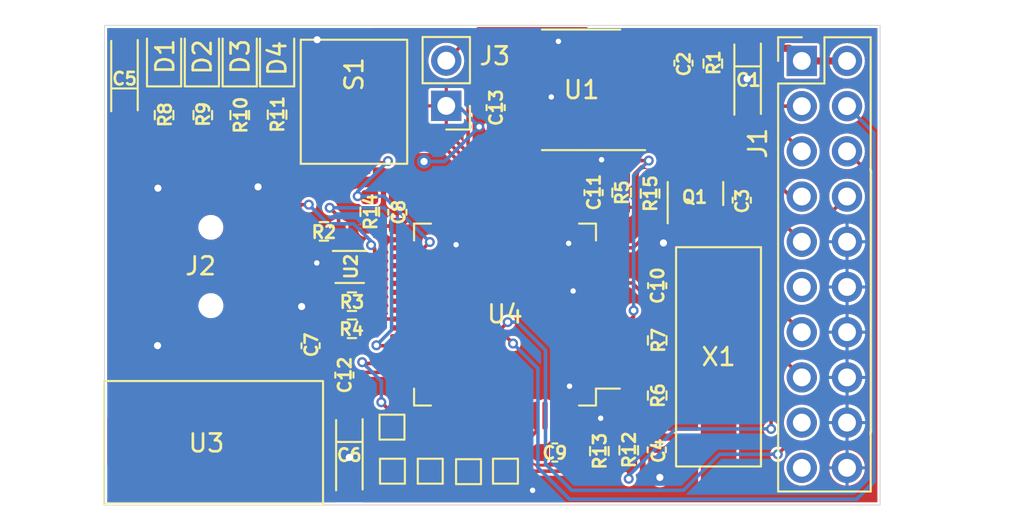
<source format=kicad_pcb>
(kicad_pcb (version 20211014) (generator pcbnew)
  (layers (0 "F.Cu" signal) (31 "B.Cu" signal) (34 "B.Paste" user) (35 "F.Paste" user) (36 "B.SilkS" user "B.Silkscreen") (37 "F.SilkS" user "F.Silkscreen") (38 "B.Mask" user) (39 "F.Mask" user) (44 "Edge.Cuts" user))
  (net 0 "")
  (net 1 "GND")
  (net 2 "+3V3")
  (net 3 "+5V")
  (net 4 "Net-(C1-Pad1)")
  (net 5 "Net-(C3-Pad1)")
  (net 6 "Net-(C4-Pad1)")
  (net 7 "Net-(J1-Pad3)")
  (net 8 "/U1RX")
  (net 9 "Net-(J1-Pad5)")
  (net 10 "/U1TX")
  (net 11 "Net-(J1-Pad7)")
  (net 12 "/BOOT0")
  (net 13 "Net-(J1-Pad9)")
  (net 15 "Net-(J1-Pad13)")
  (net 16 "Net-(J1-Pad15)")
  (net 19 "Net-(J2-Pad2)")
  (net 20 "Net-(J2-Pad3)")
  (net 22 "Net-(Q1-Pad1)")
  (net 23 "/USB_DM")
  (net 24 "/USB_DP")
  (net 25 "/USB_PU")
  (net 26 "Net-(R2-Pad1)")
  (net 27 "Net-(R3-Pad1)")
  (net 28 "/LED2")
  (net 29 "/LED1")
  (net 30 "/LED0")
  (net 31 "Net-(R5-Pad1)")
  (net 32 "Net-(R7-Pad1)")
  (net 33 "Net-(R12-Pad2)")
  (net 34 "Net-(R14-Pad2)")
  (net 35 "/xnSRST_OUT")
  (net 36 "Net-(TP3-Pad1)")
  (net 37 "Net-(TP4-Pad1)")
  (net 39 "/xnTRST")
  (net 40 "/xTDI")
  (net 41 "/xTMS")
  (net 42 "/xTCK")
  (net 43 "/xTDO")
  (net 44 "/xnSRST")
  (net 45 "/xTPWR")
  (net 49 "Net-(D1-Pad1)")
  (net 50 "Net-(D2-Pad1)")
  (net 51 "Net-(D3-Pad1)")
  (net 52 "Net-(D4-Pad1)")
  (net 77 "Net-(U4-Pad46)")
  (net 78 "Net-(U4-Pad49)")
  (footprint "EOS:JPM1040-2013FC" (layer "F.Cu") (at 34.025 24.3 90)
    (fp_text reference "S1")
    (fp_text value "SW_Push")
  )
  (footprint "Capacitor_SMD:C_0603_1608Metric" (layer "F.Cu") (at 41.975 24.625 90)
    (fp_text reference "C13")
    (fp_text value "100n")
  )
  (footprint "Connector_PinHeader_2.54mm:PinHeader_2x10_P2.54mm_Vertical" (layer "F.Cu") (at 59.175 22)
    (fp_text reference "J1")
    (fp_text value "20-pin JTAG Edge Connector")
  )
  (footprint "Resistor_SMD:R_0603_1608Metric" (layer "F.Cu") (at 34.9 30.475 90)
    (fp_text reference "R14")
    (fp_text value "1k")
  )
  (footprint "Resistor_SMD:R_0603_1608Metric" (layer "F.Cu") (at 27.595 25.045 90)
    (fp_text reference "R10")
    (fp_text value "390")
  )
  (footprint "Capacitor_SMD:C_0603_1608Metric" (layer "F.Cu") (at 55.8 29.825 90)
    (fp_text reference "C3")
    (fp_text value "18p")
  )
  (footprint "Capacitor_SMD:C_0603_1608Metric" (layer "F.Cu") (at 33.475 39.65 90)
    (fp_text reference "C12")
    (fp_text value "100n")
  )
  (footprint "Capacitor_SMD:C_0603_1608Metric" (layer "F.Cu") (at 52.525 22.125 -90)
    (fp_text reference "C2")
    (fp_text value "100n")
  )
  (footprint "Package_QFP:LQFP-64_10x10mm_P0.5mm" (layer "F.Cu") (at 42.5 36.25 180)
    (fp_text reference "U4")
    (fp_text value "STM32F103RB")
  )
  (footprint "Resistor_SMD:R_0603_1608Metric" (layer "F.Cu") (at 33.9 37.05)
    (fp_text reference "R4")
    (fp_text value "1k5")
  )
  (footprint "Resistor_SMD:R_0603_1608Metric" (layer "F.Cu") (at 29.695 25.02 90)
    (fp_text reference "R11")
    (fp_text value "390")
  )
  (footprint "TestPoint:TestPoint_Pad_1.0x1.0mm" (layer "F.Cu") (at 36.15 42.575)
    (fp_text reference "TP1" hide)
    (fp_text value "TestPoint_Alt")
  )
  (footprint "EOS:NCP1117DT12G" (layer "F.Cu") (at 25.775 43.375 180)
    (fp_text reference "U3")
    (fp_text value "NCP1117")
  )
  (footprint "Capacitor_SMD:C_0603_1608Metric" (layer "F.Cu") (at 31.575 38 90)
    (fp_text reference "C7")
    (fp_text value "100n")
  )
  (footprint "LED_SMD:LED_0805_2012Metric" (layer "F.Cu") (at 27.595 21.745 90)
    (fp_text reference "D3")
    (fp_text value "yellow")
  )
  (footprint "Capacitor_SMD:C_0603_1608Metric" (layer "F.Cu") (at 45.3 44 180)
    (fp_text reference "C9")
    (fp_text value "100n")
  )
  (footprint "LED_SMD:LED_0805_2012Metric" (layer "F.Cu") (at 25.47 21.745 90)
    (fp_text reference "D2")
    (fp_text value "red")
  )
  (footprint "Resistor_SMD:R_0603_1608Metric" (layer "F.Cu") (at 47.8 43.925 90)
    (fp_text reference "R13")
    (fp_text value "10k")
  )
  (footprint "Package_TO_SOT_SMD:SOT-23" (layer "F.Cu") (at 53.2 29.45 90)
    (fp_text reference "Q1")
    (fp_text value "BC846")
  )
  (footprint "Connector_PinHeader_2.54mm:PinHeader_1x02_P2.54mm_Vertical" (layer "F.Cu") (at 39.2 24.525 180)
    (fp_text reference "J3")
    (fp_text value "Conn_01x02_Male")
  )
  (footprint "Resistor_SMD:R_0603_1608Metric" (layer "F.Cu") (at 54.175 22.15 -90)
    (fp_text reference "R1")
    (fp_text value "1k")
  )
  (footprint "EOS:USBLC6-2P6" (layer "F.Cu") (at 33.775 33.575)
    (fp_text reference "U2")
    (fp_text value "USBLC6-2")
  )
  (footprint "Resistor_SMD:R_0603_1608Metric" (layer "F.Cu") (at 49.45 43.875 90)
    (fp_text reference "R12")
    (fp_text value "1k")
  )
  (footprint "Capacitor_SMD:C_0603_1608Metric" (layer "F.Cu") (at 47.475 29.4 90)
    (fp_text reference "C11")
    (fp_text value "100n")
  )
  (footprint "Resistor_SMD:R_0603_1608Metric" (layer "F.Cu") (at 49.05 29.4 -90)
    (fp_text reference "R5")
    (fp_text value "1k")
  )
  (footprint "EOS:CASE-A_3216" (layer "F.Cu") (at 21.125 22.875 90)
    (fp_text reference "C5")
    (fp_text value "10u")
  )
  (footprint "EOS:CASE-A_3216" (layer "F.Cu") (at 56.125 22.975 -90)
    (fp_text reference "C1")
    (fp_text value "10u")
  )
  (footprint "Capacitor_SMD:C_0603_1608Metric" (layer "F.Cu") (at 51.025 43.85 -90)
    (fp_text reference "C4")
    (fp_text value "18p")
  )
  (footprint "TestPoint:TestPoint_Pad_1.0x1.0mm" (layer "F.Cu") (at 40.45 45.075)
    (fp_text reference "TP4" hide)
    (fp_text value "TestPoint_Alt")
  )
  (footprint "EOS:CASE-A_3216" (layer "F.Cu") (at 33.75 44.075 -90)
    (fp_text reference "C6")
    (fp_text value "10u")
  )
  (footprint "Resistor_SMD:R_0603_1608Metric" (layer "F.Cu") (at 23.345 25.045 90)
    (fp_text reference "R8")
    (fp_text value "390")
  )
  (footprint "TestPoint:TestPoint_Pad_1.0x1.0mm" (layer "F.Cu") (at 42.525 45.05)
    (fp_text reference "TP5" hide)
    (fp_text value "TestPoint_Alt")
  )
  (footprint "Resistor_SMD:R_0603_1608Metric" (layer "F.Cu") (at 32.325 31.575)
    (fp_text reference "R2")
    (fp_text value "22")
  )
  (footprint "LED_SMD:LED_0805_2012Metric" (layer "F.Cu") (at 29.695 21.745 90)
    (fp_text reference "D4")
    (fp_text value "yellow")
  )
  (footprint "EOS:U-M-M5SS-W-2" (layer "F.Cu") (at 29.075 33.55 -90)
    (fp_text reference "J2")
    (fp_text value "USB_Mini_B")
  )
  (footprint "Resistor_SMD:R_0603_1608Metric" (layer "F.Cu") (at 25.52 25.045 90)
    (fp_text reference "R9")
    (fp_text value "390")
  )
  (footprint "TestPoint:TestPoint_Pad_1.0x1.0mm" (layer "F.Cu") (at 36.175 45.05)
    (fp_text reference "TP2" hide)
    (fp_text value "TestPoint_Alt")
  )
  (footprint "Resistor_SMD:R_0603_1608Metric" (layer "F.Cu") (at 51.05 40.8 -90)
    (fp_text reference "R6")
    (fp_text value "10M")
  )
  (footprint "EOS:C08000J060" (layer "F.Cu") (at 54.5 38.635 -90)
    (fp_text reference "X1")
    (fp_text value "8 MHz")
  )
  (footprint "Capacitor_SMD:C_0603_1608Metric" (layer "F.Cu") (at 51.05 34.625 -90)
    (fp_text reference "C10")
    (fp_text value "100n")
  )
  (footprint "Package_SO:TSSOP-20_4.4x6.5mm_P0.65mm" (layer "F.Cu") (at 46.775 23.625 180)
    (fp_text reference "U1")
    (fp_text value "TXS0108EPW")
  )
  (footprint "Capacitor_SMD:C_0603_1608Metric" (layer "F.Cu") (at 36.45 30.5 90)
    (fp_text reference "C8")
    (fp_text value "100n")
  )
  (footprint "Resistor_SMD:R_0603_1608Metric" (layer "F.Cu") (at 50.65 29.45 90)
    (fp_text reference "R15")
    (fp_text value "100")
  )
  (footprint "Resistor_SMD:R_0603_1608Metric" (layer "F.Cu") (at 51.05 37.7 -90)
    (fp_text reference "R7")
    (fp_text value "330")
  )
  (footprint "LED_SMD:LED_0805_2012Metric" (layer "F.Cu") (at 23.345 21.745 90)
    (fp_text reference "D1")
    (fp_text value "green")
  )
  (footprint "Resistor_SMD:R_0603_1608Metric" (layer "F.Cu") (at 33.9 35.525)
    (fp_text reference "R3")
    (fp_text value "22")
  )
  (footprint "TestPoint:TestPoint_Pad_1.0x1.0mm" (layer "F.Cu") (at 38.3 45.05)
    (fp_text reference "TP3" hide)
    (fp_text value "TestPoint_Alt")
  )
  (gr_rect (start 20 20) (end 63.575 46.95) (layer "Edge.Cuts") (width 0.05) (fill none))
  (segment (start 45.1 24.025) (end 45 23.925) (width 0.2) (layer "F.Cu") (net 1))
  (segment (start 28.567 37.995) (end 28.567 35.658) (width 0.4) (layer "F.Cu") (net 1))
  (segment (start 54.175 22.975) (end 56.075 22.975) (width 0.4) (layer "F.Cu") (net 1))
  (segment (start 39.25 29.55) (end 39.25 30.575) (width 0.2) (layer "F.Cu") (net 1))
  (segment (start 39.25 30.575) (end 39.25 31.825) (width 0.2) (layer "F.Cu") (net 1))
  (segment (start 56.125 23.025) (end 56.125 24.6615) (width 0.4) (layer "F.Cu") (net 1))
  (segment (start 48.2 34.475) (end 48.175 34.5) (width 0.2) (layer "F.Cu") (net 1))
  (segment (start 45.75 31.925) (end 46.075 32.25) (width 0.2) (layer "F.Cu") (net 1))
  (segment (start 22.979 39.806) (end 21.695 41.09) (width 0.4) (layer "F.Cu") (net 1))
  (segment (start 29.695 20.8075) (end 31.9425 20.8075) (width 0.4) (layer "F.Cu") (net 1))
  (segment (start 42.525 45.05) (end 43.6 46.125) (width 0.2) (layer "F.Cu") (net 1))
  (segment (start 53.7625 30.3875) (end 51.925 32.225) (width 0.4) (layer "F.Cu") (net 1))
  (segment (start 51.025 45.225) (end 51.025 44.625) (width 0.4) (layer "F.Cu") (net 1))
  (segment (start 45.75 30.575) (end 45.75 31.925) (width 0.2) (layer "F.Cu") (net 1))
  (segment (start 51.925 32.225) (end 51.4 32.225) (width 0.4) (layer "F.Cu") (net 1))
  (segment (start 45.75 41.925) (end 45.75 42.775) (width 0.2) (layer "F.Cu") (net 1))
  (segment (start 54.4625 30.3875) (end 55.8 29.05) (width 0.4) (layer "F.Cu") (net 1))
  (segment (start 27.595 20.8075) (end 25.47 20.8075) (width 0.4) (layer "F.Cu") (net 1))
  (segment (start 43.6 46.125) (end 44.05 46.125) (width 0.2) (layer "F.Cu") (net 1))
  (segment (start 52.525 22.9) (end 54.1 22.9) (width 0.4) (layer "F.Cu") (net 1))
  (segment (start 54.1 22.9) (end 54.175 22.975) (width 0.4) (layer "F.Cu") (net 1))
  (segment (start 47.875 42.075) (end 47.775 42.175) (width 0.2) (layer "F.Cu") (net 1))
  (segment (start 36.45 29.725) (end 36.825 29.725) (width 0.2) (layer "F.Cu") (net 1))
  (segment (start 36.825 29.725) (end 37.6 28.95) (width 0.2) (layer "F.Cu") (net 1))
  (segment (start 33.9575 20.8075) (end 34.025 20.875) (width 0.4) (layer "F.Cu") (net 1))
  (segment (start 39.25 31.825) (end 39.75 32.325) (width 0.2) (layer "F.Cu") (net 1))
  (segment (start 30.45 35.15) (end 31.575 36.275) (width 0.4) (layer "F.Cu") (net 1))
  (segment (start 33.225 38.875) (end 33.475 38.875) (width 0.4) (layer "F.Cu") (net 1))
  (segment (start 47.8 43.1) (end 47.8 42.15) (width 0.2) (layer "F.Cu") (net 1))
  (segment (start 47.925 28.175) (end 47.925 27.55) (width 0.2) (layer "F.Cu") (net 1))
  (segment (start 45.75 40.65) (end 46.125 40.275) (width 0.2) (layer "F.Cu") (net 1))
  (segment (start 43.0375 23.925) (end 42.9625 23.85) (width 0.2) (layer "F.Cu") (net 1))
  (segment (start 33.475 38.875) (end 34.1 39.5) (width 0.2) (layer "F.Cu") (net 1))
  (segment (start 56.1 23) (end 56.125 23.025) (width 0.4) (layer "F.Cu") (net 1))
  (segment (start 31.9425 20.8075) (end 33.9575 20.8075) (width 0.4) (layer "F.Cu") (net 1))
  (segment (start 45.275 20.675) (end 43.0375 20.675) (width 0.2) (layer "F.Cu") (net 1))
  (segment (start 29.075 35.15) (end 30.45 35.15) (width 0.4) (layer "F.Cu") (net 1))
  (segment (start 49.65 34.475) (end 48.2 34.475) (width 0.2) (layer "F.Cu") (net 1))
  (segment (start 45.75 41.925) (end 45.75 40.65) (width 0.2) (layer "F.Cu") (net 1))
  (segment (start 42.9625 23.85) (end 41.975 23.85) (width 0.2) (layer "F.Cu") (net 1))
  (segment (start 29.695 20.8075) (end 27.595 20.8075) (width 0.4) (layer "F.Cu") (net 1))
  (segment (start 47.475 28.625) (end 47.925 28.175) (width 0.2) (layer "F.Cu") (net 1))
  (segment (start 48.175 34.5) (end 46.75 34.5) (width 0.2) (layer "F.Cu") (net 1))
  (segment (start 51.2 45.4) (end 51.025 45.225) (width 0.4) (layer "F.Cu") (net 1))
  (segment (start 45.75 42.775) (end 44.525 44) (width 0.2) (layer "F.Cu") (net 1))
  (segment (start 47.8 42.15) (end 47.875 42.075) (width 0.2) (layer "F.Cu") (net 1))
  (segment (start 45.5 20.9) (end 45.275 20.675) (width 0.2) (layer "F.Cu") (net 1))
  (segment (start 45 23.925) (end 43.0375 23.925) (width 0.2) (layer "F.Cu") (net 1))
  (segment (start 51.05 35.4) (end 50.575 35.4) (width 0.2) (layer "F.Cu") (net 1))
  (segment (start 34.1 39.5) (end 36.825 39.5) (width 0.2) (layer "F.Cu") (net 1))
  (segment (start 22.979 37.995) (end 22.979 39.806) (width 0.4) (layer "F.Cu") (net 1))
  (segment (start 33.025 33.575) (end 32.15 33.575) (width 0.2) (layer "F.Cu") (net 1))
  (segment (start 36.1 29.9) (end 36.125 29.875) (width 0.2) (layer "F.Cu") (net 1))
  (segment (start 38.65 28.95) (end 39.25 29.55) (width 0.2) (layer "F.Cu") (net 1))
  (segment (start 31.575 36.275) (end 31.575 37.225) (width 0.4) (layer "F.Cu") (net 1))
  (segment (start 50.575 35.4) (end 49.65 34.475) (width 0.2) (layer "F.Cu") (net 1))
  (segment (start 28.567 35.658) (end 29.075 35.15) (width 0.4) (layer "F.Cu") (net 1))
  (segment (start 54.15 30.3875) (end 54.4625 30.3875) (width 0.4) (layer "F.Cu") (net 1))
  (segment (start 33.75 45.7615) (end 33.75 44.275) (width 0.4) (layer "F.Cu") (net 1))
  (segment (start 54.15 30.3875) (end 53.7625 30.3875) (width 0.4) (layer "F.Cu") (net 1))
  (segment (start 32.15 33.575) (end 31.925 33.35) (width 0.2) (layer "F.Cu") (net 1))
  (segment (start 56.075 22.975) (end 56.1 23) (width 0.4) (layer "F.Cu") (net 1))
  (segment (start 33.75 44.275) (end 33.775 44.25) (width 0.4) (layer "F.Cu") (net 1))
  (segment (start 23.345 20.8075) (end 25.47 20.8075) (width 0.4) (layer "F.Cu") (net 1))
  (segment (start 46.75 34.5) (end 46.325 34.925) (width 0.2) (layer "F.Cu") (net 1))
  (segment (start 31.575 37.225) (end 33.225 38.875) (width 0.4) (layer "F.Cu") (net 1))
  (segment (start 22.964 21.1885) (end 23.345 20.8075) (width 0.4) (layer "F.Cu") (net 1))
  (segment (start 21.125 21.1885) (end 22.964 21.1885) (width 0.4) (layer "F.Cu") (net 1))
  (segment (start 37.6 28.95) (end 38.65 28.95) (width 0.2) (layer "F.Cu") (net 1))
  (via (at 33.75 44.275) (size 0.8) (drill 0.4) (layers "F.Cu" "B.Cu") (net 1))
  (via (at 46.125 40.275) (size 0.5588) (drill 0.3048) (layers "F.Cu" "B.Cu") (net 1))
  (via (at 44.05 46.125) (size 0.5588) (drill 0.3048) (layers "F.Cu" "B.Cu") (net 1))
  (via (at 31.075 35.8) (size 0.8) (drill 0.4) (layers "F.Cu" "B.Cu") (net 1))
  (via (at 47.875 42.075) (size 0.5588) (drill 0.3048) (layers "F.Cu" "B.Cu") (net 1))
  (via (at 47.925 27.55) (size 0.5588) (drill 0.3048) (layers "F.Cu" "B.Cu") (net 1))
  (via (at 45.1 24.025) (size 0.5588) (drill 0.3048) (layers "F.Cu" "B.Cu") (net 1))
  (via (at 39.75 32.325) (size 0.5588) (drill 0.3048) (layers "F.Cu" "B.Cu") (net 1))
  (via (at 51.4 32.225) (size 0.8) (drill 0.4) (layers "F.Cu" "B.Cu") (net 1))
  (via (at 28.625 29.075) (size 0.8) (drill 0.4) (layers "F.Cu" "B.Cu") (net 1))
  (via (at 51.2 45.4) (size 0.8) (drill 0.4) (layers "F.Cu" "B.Cu") (net 1))
  (via (at 23 29.15) (size 0.8) (drill 0.4) (layers "F.Cu" "B.Cu") (net 1))
  (via (at 46.075 32.25) (size 0.5588) (drill 0.3048) (layers "F.Cu" "B.Cu") (net 1))
  (via (at 31.9425 20.8075) (size 0.8) (drill 0.4) (layers "F.Cu" "B.Cu") (net 1))
  (via (at 22.979 37.995) (size 0.8) (drill 0.4) (layers "F.Cu" "B.Cu") (net 1))
  (via (at 31.925 33.35) (size 0.5588) (drill 0.3048) (layers "F.Cu" "B.Cu") (net 1))
  (via (at 56.1 23) (size 0.8) (drill 0.4) (layers "F.Cu" "B.Cu") (net 1))
  (via (at 46.325 34.925) (size 0.5588) (drill 0.3048) (layers "F.Cu" "B.Cu") (net 1))
  (via (at 45.5 20.9) (size 0.5588) (drill 0.3048) (layers "F.Cu" "B.Cu") (net 1))
  (segment (start 33.5 40.4) (end 36.425 40.4) (width 0.2) (layer "F.Cu") (net 2))
  (segment (start 33.15 28.775) (end 36.825 28.775) (width 0.4) (layer "F.Cu") (net 2))
  (segment (start 41.35 25.4) (end 41.05 25.7) (width 0.2) (layer "F.Cu") (net 2))
  (segment (start 36.425 40.4) (end 36.825 40) (width 0.2) (layer "F.Cu") (net 2))
  (segment (start 23.345 25.87) (end 23.92 25.87) (width 0.4) (layer "F.Cu") (net 2))
  (segment (start 42.475 25.9) (end 43.9125 25.9) (width 0.2) (layer "F.Cu") (net 2))
  (segment (start 36.675 31.275) (end 37.4 30.55) (width 0.2) (layer "F.Cu") (net 2))
  (segment (start 25.5 27.45) (end 31.475 27.45) (width 0.4) (layer "F.Cu") (net 2))
  (segment (start 33.75 42.3885) (end 33.75 40.7) (width 0.4) (layer "F.Cu") (net 2))
  (segment (start 46.25 43.825) (end 46.25 41.925) (width 0.2) (layer "F.Cu") (net 2))
  (segment (start 31.475 27.45) (end 32.8 28.775) (width 0.4) (layer "F.Cu") (net 2))
  (segment (start 41.975 25.4) (end 41.35 25.4) (width 0.2) (layer "F.Cu") (net 2))
  (segment (start 33.15 29.85) (end 34.3 31) (width 0.4) (layer "F.Cu") (net 2))
  (segment (start 41.975 25.4) (end 42.475 25.9) (width 0.2) (layer "F.Cu") (net 2))
  (segment (start 36.825 28.775) (end 37.95 27.65) (width 0.4) (layer "F.Cu") (net 2))
  (segment (start 36.45 31.275) (end 36.675 31.275) (width 0.2) (layer "F.Cu") (net 2))
  (segment (start 34.3 31) (end 34.6 31) (width 0.4) (layer "F.Cu") (net 2))
  (segment (start 33.15 28.775) (end 33.15 29.85) (width 0.4) (layer "F.Cu") (net 2))
  (segment (start 50.9 34) (end 51.05 33.85) (width 0.2) (layer "F.Cu") (net 2))
  (segment (start 33.475 40.425) (end 33.5 40.4) (width 0.2) (layer "F.Cu") (net 2))
  (segment (start 38.725 30.55) (end 38.75 30.575) (width 0.2) (layer "F.Cu") (net 2))
  (segment (start 46.075 44) (end 46.25 43.825) (width 0.2) (layer "F.Cu") (net 2))
  (segment (start 36.45 31.275) (end 34.925 31.275) (width 0.2) (layer "F.Cu") (net 2))
  (segment (start 33.75 40.7) (end 33.475 40.425) (width 0.4) (layer "F.Cu") (net 2))
  (segment (start 29.8615 42.3885) (end 28.875 43.375) (width 0.4) (layer "F.Cu") (net 2))
  (segment (start 37.4 30.55) (end 38.725 30.55) (width 0.2) (layer "F.Cu") (net 2))
  (segment (start 32.8 28.775) (end 33.15 28.775) (width 0.4) (layer "F.Cu") (net 2))
  (segment (start 23.92 25.87) (end 25.5 27.45) (width 0.4) (layer "F.Cu") (net 2))
  (segment (start 34.6 31) (end 34.9 31.3) (width 0.4) (layer "F.Cu") (net 2))
  (segment (start 48.175 34) (end 50.9 34) (width 0.2) (layer "F.Cu") (net 2))
  (segment (start 34.925 31.275) (end 34.9 31.3) (width 0.2) (layer "F.Cu") (net 2))
  (segment (start 33.75 42.3885) (end 29.8615 42.3885) (width 0.4) (layer "F.Cu") (net 2))
  (via (at 37.95 27.65) (size 0.8) (drill 0.4) (layers "F.Cu" "B.Cu") (net 2))
  (via (at 41.05 25.7) (size 0.5588) (drill 0.3048) (layers "F.Cu" "B.Cu") (net 2))
  (segment (start 39.2 24.525) (end 39.875 24.525) (width 0.2) (layer "B.Cu") (net 2))
  (segment (start 41.05 25.7) (end 39.1 27.65) (width 0.2) (layer "B.Cu") (net 2))
  (segment (start 39.1 27.65) (end 37.95 27.65) (width 0.2) (layer "B.Cu") (net 2))
  (segment (start 39.875 24.525) (end 41.05 25.7) (width 0.2) (layer "B.Cu") (net 2))
  (segment (start 26.525 32.55) (end 24.925 32.55) (width 0.2) (layer "F.Cu") (net 3))
  (segment (start 24.925 42.43) (end 21.695 45.66) (width 0.4) (layer "F.Cu") (net 3))
  (segment (start 29.075 31.95) (end 29.2 31.95) (width 0.2) (layer "F.Cu") (net 3))
  (segment (start 29.2 31.95) (end 31 30.15) (width 0.2) (layer "F.Cu") (net 3))
  (segment (start 31.575 38.775) (end 30.825 39.525) (width 0.4) (layer "F.Cu") (net 3))
  (segment (start 34.9 33.575) (end 35.15 33.325) (width 0.2) (layer "F.Cu") (net 3))
  (segment (start 24.925 39.525) (end 24.925 42.43) (width 0.4) (layer "F.Cu") (net 3))
  (segment (start 31.075 30.075) (end 31.475 30.075) (width 0.2) (layer "F.Cu") (net 3))
  (segment (start 21.125 26.175) (end 22.525 27.575) (width 0.4) (layer "F.Cu") (net 3))
  (segment (start 35.175 33.3) (end 35.175 32.6) (width 0.2) (layer "F.Cu") (net 3))
  (segment (start 27.125 31.95) (end 26.525 32.55) (width 0.2) (layer "F.Cu") (net 3))
  (segment (start 35.15 33.325) (end 35.175 33.3) (width 0.2) (layer "F.Cu") (net 3))
  (segment (start 24.25 27.575) (end 24.925 28.25) (width 0.4) (layer "F.Cu") (net 3))
  (segment (start 22.525 27.575) (end 24.25 27.575) (width 0.4) (layer "F.Cu") (net 3))
  (segment (start 34.525 33.575) (end 34.9 33.575) (width 0.2) (layer "F.Cu") (net 3))
  (segment (start 29.075 31.95) (end 27.125 31.95) (width 0.2) (layer "F.Cu") (net 3))
  (segment (start 35.175 32.55) (end 34.975 32.35) (width 0.2) (layer "F.Cu") (net 3))
  (segment (start 24.925 28.25) (end 24.925 32.55) (width 0.4) (layer "F.Cu") (net 3))
  (segment (start 24.925 32.55) (end 24.925 39.525) (width 0.4) (layer "F.Cu") (net 3))
  (segment (start 30.825 39.525) (end 24.925 39.525) (width 0.4) (layer "F.Cu") (net 3))
  (segment (start 35.175 32.6) (end 35.175 32.55) (width 0.2) (layer "F.Cu") (net 3))
  (segment (start 31 30.15) (end 31.075 30.075) (width 0.2) (layer "F.Cu") (net 3))
  (segment (start 21.125 24.5615) (end 21.125 26.175) (width 0.4) (layer "F.Cu") (net 3))
  (via (at 34.975 32.35) (size 0.5588) (drill 0.3048) (layers "F.Cu" "B.Cu") (net 3))
  (via (at 31.475 30.075) (size 0.5588) (drill 0.3048) (layers "F.Cu" "B.Cu") (net 3))
  (segment (start 34 31.15) (end 34.975 32.125) (width 0.2) (layer "B.Cu") (net 3))
  (segment (start 34.975 32.125) (end 34.975 32.35) (width 0.2) (layer "B.Cu") (net 3))
  (segment (start 31.475 30.075) (end 32.55 31.15) (width 0.2) (layer "B.Cu") (net 3))
  (segment (start 32.55 31.15) (end 34 31.15) (width 0.2) (layer "B.Cu") (net 3))
  (segment (start 47.05 20.2) (end 47.525 20.675) (width 0.2) (layer "F.Cu") (net 4))
  (segment (start 56.125 21.2885) (end 54.2115 21.2885) (width 0.4) (layer "F.Cu") (net 4))
  (segment (start 54.2115 21.2885) (end 54.175 21.325) (width 0.4) (layer "F.Cu") (net 4))
  (segment (start 49.6375 25.9) (end 47.525 25.9) (width 0.2) (layer "F.Cu") (net 4))
  (segment (start 51.85 20.675) (end 52.525 21.35) (width 0.2) (layer "F.Cu") (net 4))
  (segment (start 47.525 25.9) (end 47.525 20.675) (width 0.2) (layer "F.Cu") (net 4))
  (segment (start 48.7625 20.675) (end 51.85 20.675) (width 0.2) (layer "F.Cu") (net 4))
  (segment (start 58.4635 21.2885) (end 59.175 22) (width 0.4) (layer "F.Cu") (net 4))
  (segment (start 47.525 20.675) (end 48.7625 20.675) (width 0.2) (layer "F.Cu") (net 4))
  (segment (start 39.35 21.835) (end 40.985 20.2) (width 0.2) (layer "F.Cu") (net 4))
  (segment (start 54.175 21.325) (end 54.15 21.35) (width 0.4) (layer "F.Cu") (net 4))
  (segment (start 47.525 26.15) (end 47.525 25.9) (width 0.2) (layer "F.Cu") (net 4))
  (segment (start 40.985 20.2) (end 47.05 20.2) (width 0.2) (layer "F.Cu") (net 4))
  (segment (start 54.15 21.35) (end 52.525 21.35) (width 0.4) (layer "F.Cu") (net 4))
  (segment (start 59.175 22) (end 61.715 22) (width 0.4) (layer "F.Cu") (net 4))
  (segment (start 56.125 21.2885) (end 58.4635 21.2885) (width 0.4) (layer "F.Cu") (net 4))
  (segment (start 47.925 26.55) (end 47.525 26.15) (width 0.2) (layer "F.Cu") (net 4))
  (segment (start 49.6375 26.55) (end 47.925 26.55) (width 0.2) (layer "F.Cu") (net 4))
  (segment (start 51.05 39.975) (end 51.05 38.525) (width 0.4) (layer "F.Cu") (net 5))
  (segment (start 54.5 34.135) (end 54.5 31.9) (width 0.4) (layer "F.Cu") (net 5))
  (segment (start 51.05 38.525) (end 54.5 35.075) (width 0.4) (layer "F.Cu") (net 5))
  (segment (start 54.5 35.075) (end 54.5 34.135) (width 0.4) (layer "F.Cu") (net 5))
  (segment (start 54.5 31.9) (end 55.8 30.6) (width 0.4) (layer "F.Cu") (net 5))
  (segment (start 51.05 41.625) (end 51.05 43.05) (width 0.4) (layer "F.Cu") (net 6))
  (segment (start 51.085 43.135) (end 54.5 43.135) (width 0.4) (layer "F.Cu") (net 6))
  (segment (start 50.2 39.075) (end 50.2 40.9) (width 0.2) (layer "F.Cu") (net 6))
  (segment (start 49.125 38) (end 50.2 39.075) (width 0.2) (layer "F.Cu") (net 6))
  (segment (start 50.2 40.9) (end 50.925 41.625) (width 0.2) (layer "F.Cu") (net 6))
  (segment (start 48.175 38) (end 49.125 38) (width 0.2) (layer "F.Cu") (net 6))
  (segment (start 50.925 41.625) (end 51.05 41.625) (width 0.2) (layer "F.Cu") (net 6))
  (segment (start 51.05 43.05) (end 51.025 43.075) (width 0.4) (layer "F.Cu") (net 6))
  (segment (start 51.025 43.075) (end 51.085 43.135) (width 0.4) (layer "F.Cu") (net 6))
  (segment (start 51.3 21.25) (end 49.9125 21.25) (width 0.2) (layer "F.Cu") (net 7))
  (segment (start 56.875 25.8) (end 54.25 25.8) (width 0.2) (layer "F.Cu") (net 7))
  (segment (start 54.25 25.8) (end 51.775 23.325) (width 0.2) (layer "F.Cu") (net 7))
  (segment (start 49.9125 21.25) (end 49.8625 21.3) (width 0.2) (layer "F.Cu") (net 7))
  (segment (start 51.775 21.725) (end 51.3 21.25) (width 0.2) (layer "F.Cu") (net 7))
  (segment (start 59.175 24.54) (end 58.135 24.54) (width 0.2) (layer "F.Cu") (net 7))
  (segment (start 51.775 23.325) (end 51.775 21.725) (width 0.2) (layer "F.Cu") (net 7))
  (segment (start 58.135 24.54) (end 56.875 25.8) (width 0.2) (layer "F.Cu") (net 7))
  (segment (start 42.575 37.5) (end 36.825 37.5) (width 0.2) (layer "F.Cu") (net 8))
  (segment (start 42.95 37.875) (end 42.575 37.5) (width 0.2) (layer "F.Cu") (net 8))
  (via (at 42.95 37.875) (size 0.5588) (drill 0.3048) (layers "F.Cu" "B.Cu") (net 8))
  (segment (start 46.125 46.625) (end 62.25 46.625) (width 0.2) (layer "B.Cu") (net 8))
  (segment (start 63.225 45.65) (end 63.225 26.05) (width 0.2) (layer "B.Cu") (net 8))
  (segment (start 44.35 39.275) (end 44.35 44.85) (width 0.2) (layer "B.Cu") (net 8))
  (segment (start 63.225 26.05) (end 61.715 24.54) (width 0.2) (layer "B.Cu") (net 8))
  (segment (start 44.35 44.85) (end 46.125 46.625) (width 0.2) (layer "B.Cu") (net 8))
  (segment (start 42.95 37.875) (end 44.35 39.275) (width 0.2) (layer "B.Cu") (net 8))
  (segment (start 62.25 46.625) (end 63.225 45.65) (width 0.2) (layer "B.Cu") (net 8))
  (segment (start 51.4 22.3) (end 51.05 21.95) (width 0.2) (layer "F.Cu") (net 9))
  (segment (start 51.4 23.45) (end 51.4 22.3) (width 0.2) (layer "F.Cu") (net 9))
  (segment (start 54.125 26.175) (end 51.4 23.45) (width 0.2) (layer "F.Cu") (net 9))
  (segment (start 59.175 27.08) (end 58.27 26.175) (width 0.2) (layer "F.Cu") (net 9))
  (segment (start 51.05 21.95) (end 49.8625 21.95) (width 0.2) (layer "F.Cu") (net 9))
  (segment (start 58.27 26.175) (end 54.125 26.175) (width 0.2) (layer "F.Cu") (net 9))
  (segment (start 42.325 37) (end 42.65 36.675) (width 0.2) (layer "F.Cu") (net 10))
  (segment (start 63 28.365) (end 63 42.65) (width 0.2) (layer "F.Cu") (net 10))
  (segment (start 61.715 27.08) (end 63 28.365) (width 0.2) (layer "F.Cu") (net 10))
  (segment (start 58.6 43.55) (end 58.375 43.55) (width 0.2) (layer "F.Cu") (net 10))
  (segment (start 36.825 37) (end 42.325 37) (width 0.2) (layer "F.Cu") (net 10))
  (segment (start 58.375 43.55) (end 57.825 44.1) (width 0.2) (layer "F.Cu") (net 10))
  (segment (start 62.1 43.55) (end 58.6 43.55) (width 0.2) (layer "F.Cu") (net 10))
  (segment (start 63 42.65) (end 62.1 43.55) (width 0.2) (layer "F.Cu") (net 10))
  (via (at 42.65 36.675) (size 0.5588) (drill 0.3048) (layers "F.Cu" "B.Cu") (net 10))
  (via (at 57.825 44.1) (size 0.5588) (drill 0.3048) (layers "F.Cu" "B.Cu") (net 10))
  (segment (start 44.775 44.65) (end 44.775 38.25) (width 0.2) (layer "B.Cu") (net 10))
  (segment (start 46.25 46.125) (end 44.775 44.65) (width 0.2) (layer "B.Cu") (net 10))
  (segment (start 43.2 36.675) (end 42.65 36.675) (width 0.2) (layer "B.Cu") (net 10))
  (segment (start 57.825 44.1) (end 54.55 44.1) (width 0.2) (layer "B.Cu") (net 10))
  (segment (start 54.55 44.1) (end 52.525 46.125) (width 0.2) (layer "B.Cu") (net 10))
  (segment (start 44.775 38.25) (end 43.2 36.675) (width 0.2) (layer "B.Cu") (net 10))
  (segment (start 52.525 46.125) (end 46.25 46.125) (width 0.2) (layer "B.Cu") (net 10))
  (segment (start 58.545 29.62) (end 57.875 28.95) (width 0.2) (layer "F.Cu") (net 11))
  (segment (start 57.575 26.55) (end 53.95 26.55) (width 0.2) (layer "F.Cu") (net 11))
  (segment (start 59.175 29.62) (end 58.545 29.62) (width 0.2) (layer "F.Cu") (net 11))
  (segment (start 50.8 22.6) (end 49.8625 22.6) (width 0.2) (layer "F.Cu") (net 11))
  (segment (start 51.025 22.825) (end 50.8 22.6) (width 0.2) (layer "F.Cu") (net 11))
  (segment (start 57.875 28.95) (end 57.875 26.85) (width 0.2) (layer "F.Cu") (net 11))
  (segment (start 57.875 26.85) (end 57.575 26.55) (width 0.2) (layer "F.Cu") (net 11))
  (segment (start 51.025 23.625) (end 51.025 22.825) (width 0.2) (layer "F.Cu") (net 11))
  (segment (start 53.95 26.55) (end 51.025 23.625) (width 0.2) (layer "F.Cu") (net 11))
  (segment (start 60.425 40.05) (end 60.425 40.325) (width 0.2) (layer "F.Cu") (net 12))
  (segment (start 60.425 40.325) (end 59.825 40.925) (width 0.2) (layer "F.Cu") (net 12))
  (segment (start 49.45 45.475) (end 49.45 44.7) (width 0.2) (layer "F.Cu") (net 12))
  (segment (start 60.425 30.91) (end 60.425 40.05) (width 0.2) (layer "F.Cu") (net 12))
  (segment (start 57.825 41.075) (end 57.45 41.45) (width 0.2) (layer "F.Cu") (net 12))
  (segment (start 57.45 41.45) (end 57.45 42.675) (width 0.2) (layer "F.Cu") (net 12))
  (segment (start 61.715 29.62) (end 60.425 30.91) (width 0.2) (layer "F.Cu") (net 12))
  (segment (start 59.825 40.925) (end 59.675 41.075) (width 0.2) (layer "F.Cu") (net 12))
  (segment (start 59.675 41.075) (end 57.825 41.075) (width 0.2) (layer "F.Cu") (net 12))
  (via (at 57.45 42.675) (size 0.5588) (drill 0.3048) (layers "F.Cu" "B.Cu") (net 12))
  (via (at 49.45 45.475) (size 0.5588) (drill 0.3048) (layers "F.Cu" "B.Cu") (net 12))
  (segment (start 49.45 45.475) (end 49.45 45.3) (width 0.2) (layer "B.Cu") (net 12))
  (segment (start 49.45 45.3) (end 52.075 42.675) (width 0.2) (layer "B.Cu") (net 12))
  (segment (start 52.075 42.675) (end 57.45 42.675) (width 0.2) (layer "B.Cu") (net 12))
  (segment (start 57.5 27.525) (end 56.9 26.925) (width 0.2) (layer "F.Cu") (net 13))
  (segment (start 50.4 23.3) (end 49.6375 23.3) (width 0.2) (layer "F.Cu") (net 13))
  (segment (start 56.9 26.925) (end 53.8 26.925) (width 0.2) (layer "F.Cu") (net 13))
  (segment (start 50.65 23.55) (end 50.4 23.3) (width 0.2) (layer "F.Cu") (net 13))
  (segment (start 53.8 26.925) (end 50.65 23.775) (width 0.2) (layer "F.Cu") (net 13))
  (segment (start 59.175 32.16) (end 57.5 30.485) (width 0.2) (layer "F.Cu") (net 13))
  (segment (start 50.65 23.775) (end 50.65 23.55) (width 0.2) (layer "F.Cu") (net 13))
  (segment (start 57.5 30.485) (end 57.5 27.525) (width 0.2) (layer "F.Cu") (net 13))
  (segment (start 56.75 27.3) (end 53.675 27.3) (width 0.2) (layer "F.Cu") (net 15))
  (segment (start 57.125 27.675) (end 56.75 27.3) (width 0.2) (layer "F.Cu") (net 15))
  (segment (start 59.175 37.24) (end 57.125 35.19) (width 0.2) (layer "F.Cu") (net 15))
  (segment (start 53.675 27.3) (end 50.975 24.6) (width 0.2) (layer "F.Cu") (net 15))
  (segment (start 57.125 35.19) (end 57.125 27.675) (width 0.2) (layer "F.Cu") (net 15))
  (segment (start 50.975 24.6) (end 49.6375 24.6) (width 0.2) (layer "F.Cu") (net 15))
  (segment (start 59.175 39.78) (end 56.725 37.33) (width 0.2) (layer "F.Cu") (net 16))
  (segment (start 49.6375 25.25) (end 50.925 25.25) (width 0.2) (layer "F.Cu") (net 16))
  (segment (start 56.3 27.825) (end 53.8875 27.825) (width 0.2) (layer "F.Cu") (net 16))
  (segment (start 53.8875 27.825) (end 53.59375 28.11875) (width 0.2) (layer "F.Cu") (net 16))
  (segment (start 50.925 25.25) (end 53.2 27.525) (width 0.2) (layer "F.Cu") (net 16))
  (segment (start 53.2 27.525) (end 53.2 28.5125) (width 0.2) (layer "F.Cu") (net 16))
  (segment (start 56.725 37.33) (end 56.725 28.25) (width 0.2) (layer "F.Cu") (net 16))
  (segment (start 53.59375 28.11875) (end 53.2 28.5125) (width 0.2) (layer "F.Cu") (net 16))
  (segment (start 56.725 28.25) (end 56.3 27.825) (width 0.2) (layer "F.Cu") (net 16))
  (segment (start 29.075 32.75) (end 32.7 32.75) (width 0.2) (layer "F.Cu") (net 19))
  (segment (start 32.7 32.75) (end 33.025 33.075) (width 0.2) (layer "F.Cu") (net 19))
  (segment (start 31.575 34.075) (end 33.025 34.075) (width 0.2) (layer "F.Cu") (net 20))
  (segment (start 31.05 33.55) (end 31.575 34.075) (width 0.2) (layer "F.Cu") (net 20))
  (segment (start 29.075 33.55) (end 31.05 33.55) (width 0.2) (layer "F.Cu") (net 20))
  (segment (start 52.25 30.225) (end 52.25 30.3875) (width 0.2) (layer "F.Cu") (net 22))
  (segment (start 50.65 28.625) (end 52.25 30.225) (width 0.2) (layer "F.Cu") (net 22))
  (segment (start 33.15 30.75) (end 33.15 31.575) (width 0.2) (layer "F.Cu") (net 23))
  (segment (start 35.3 38) (end 35.275 37.975) (width 0.2) (layer "F.Cu") (net 23))
  (segment (start 36.825 38) (end 35.3 38) (width 0.2) (layer "F.Cu") (net 23))
  (segment (start 32.65 30.25) (end 33.15 30.75) (width 0.2) (layer "F.Cu") (net 23))
  (via (at 35.275 37.975) (size 0.5588) (drill 0.3048) (layers "F.Cu" "B.Cu") (net 23))
  (via (at 32.65 30.25) (size 0.5588) (drill 0.3048) (layers "F.Cu" "B.Cu") (net 23))
  (segment (start 36.125 30.675) (end 35.7 30.25) (width 0.2) (layer "B.Cu") (net 23))
  (segment (start 36.125 37.125) (end 36.125 30.675) (width 0.2) (layer "B.Cu") (net 23))
  (segment (start 35.7 30.25) (end 32.65 30.25) (width 0.2) (layer "B.Cu") (net 23))
  (segment (start 35.275 37.975) (end 36.125 37.125) (width 0.2) (layer "B.Cu") (net 23))
  (segment (start 33.55 37.25) (end 34.825 38.525) (width 0.2) (layer "F.Cu") (net 24))
  (segment (start 33.075 37.25) (end 33.55 37.25) (width 0.2) (layer "F.Cu") (net 24))
  (segment (start 33.2 37.05) (end 34.725 35.525) (width 0.2) (layer "F.Cu") (net 24))
  (segment (start 34.825 38.525) (end 36.8 38.525) (width 0.2) (layer "F.Cu") (net 24))
  (segment (start 33.075 37.05) (end 33.2 37.05) (width 0.2) (layer "F.Cu") (net 24))
  (segment (start 36.8 38.525) (end 36.825 38.5) (width 0.2) (layer "F.Cu") (net 24))
  (segment (start 35.475 36.5) (end 36.825 36.5) (width 0.2) (layer "F.Cu") (net 25))
  (segment (start 34.725 37.25) (end 35.475 36.5) (width 0.2) (layer "F.Cu") (net 25))
  (segment (start 33.825 32.375) (end 32.3 32.375) (width 0.2) (layer "F.Cu") (net 26))
  (segment (start 34.525 33.075) (end 33.825 32.375) (width 0.2) (layer "F.Cu") (net 26))
  (segment (start 32.3 32.375) (end 31.5 31.575) (width 0.2) (layer "F.Cu") (net 26))
  (segment (start 33.075 35.525) (end 34.525 34.075) (width 0.2) (layer "F.Cu") (net 27))
  (segment (start 39.175 26.925) (end 36.975 26.925) (width 0.2) (layer "F.Cu") (net 28))
  (segment (start 33.025 26.8) (end 36.85 26.8) (width 0.2) (layer "F.Cu") (net 28))
  (segment (start 26.575 26.925) (end 32.9 26.925) (width 0.2) (layer "F.Cu") (net 28))
  (segment (start 36.975 26.925) (end 37 26.95) (width 0.2) (layer "F.Cu") (net 28))
  (segment (start 39.75 27.5) (end 39.175 26.925) (width 0.2) (layer "F.Cu") (net 28))
  (segment (start 36.85 26.8) (end 36.975 26.925) (width 0.2) (layer "F.Cu") (net 28))
  (segment (start 32.9 26.925) (end 33.025 26.8) (width 0.2) (layer "F.Cu") (net 28))
  (segment (start 25.52 25.87) (end 26.575 26.925) (width 0.2) (layer "F.Cu") (net 28))
  (segment (start 39.75 30.575) (end 39.75 27.5) (width 0.2) (layer "F.Cu") (net 28))
  (segment (start 31.975 26.55) (end 32.225 26.3) (width 0.2) (layer "F.Cu") (net 29))
  (segment (start 39.05 26.3) (end 40.25 27.5) (width 0.2) (layer "F.Cu") (net 29))
  (segment (start 28.275 26.55) (end 31.975 26.55) (width 0.2) (layer "F.Cu") (net 29))
  (segment (start 32.225 26.3) (end 39.05 26.3) (width 0.2) (layer "F.Cu") (net 29))
  (segment (start 40.25 27.5) (end 40.25 30.575) (width 0.2) (layer "F.Cu") (net 29))
  (segment (start 27.595 25.87) (end 28.275 26.55) (width 0.2) (layer "F.Cu") (net 29))
  (segment (start 40.75 27.5) (end 39.095 25.845) (width 0.2) (layer "F.Cu") (net 30))
  (segment (start 40.75 30.575) (end 40.75 27.5) (width 0.2) (layer "F.Cu") (net 30))
  (segment (start 39.095 25.845) (end 29.695 25.845) (width 0.2) (layer "F.Cu") (net 30))
  (segment (start 49.725 36.35) (end 49.725 36.025) (width 0.2) (layer "F.Cu") (net 31))
  (segment (start 49.7 36.375) (end 49.725 36.35) (width 0.2) (layer "F.Cu") (net 31))
  (segment (start 48.175 37) (end 49.075 37) (width 0.2) (layer "F.Cu") (net 31))
  (segment (start 50.575 27.6) (end 50.025 27.6) (width 0.2) (layer "F.Cu") (net 31))
  (segment (start 49.075 37) (end 49.7 36.375) (width 0.2) (layer "F.Cu") (net 31))
  (segment (start 50.025 27.6) (end 49.05 28.575) (width 0.2) (layer "F.Cu") (net 31))
  (via (at 50.575 27.6) (size 0.5588) (drill 0.3048) (layers "F.Cu" "B.Cu") (net 31))
  (via (at 49.725 36.025) (size 0.5588) (drill 0.3048) (layers "F.Cu" "B.Cu") (net 31))
  (segment (start 49.725 28.45) (end 50.575 27.6) (width 0.2) (layer "B.Cu") (net 31))
  (segment (start 49.725 36.025) (end 49.725 28.45) (width 0.2) (layer "B.Cu") (net 31))
  (segment (start 51.05 36.875) (end 49.875 36.875) (width 0.2) (layer "F.Cu") (net 32))
  (segment (start 49.25 37.5) (end 48.175 37.5) (width 0.2) (layer "F.Cu") (net 32))
  (segment (start 49.875 36.875) (end 49.25 37.5) (width 0.2) (layer "F.Cu") (net 32))
  (segment (start 47.5 45.05) (end 44.1 45.05) (width 0.2) (layer "F.Cu") (net 33))
  (segment (start 47.8 44.75) (end 49.45 43.1) (width 0.2) (layer "F.Cu") (net 33))
  (segment (start 44.1 45.05) (end 43.65 44.6) (width 0.2) (layer "F.Cu") (net 33))
  (segment (start 43.65 43.425) (end 44.25 42.825) (width 0.2) (layer "F.Cu") (net 33))
  (segment (start 44.25 42.825) (end 44.25 41.925) (width 0.2) (layer "F.Cu") (net 33))
  (segment (start 47.8 44.75) (end 47.5 45.05) (width 0.2) (layer "F.Cu") (net 33))
  (segment (start 49.45 43.1) (end 49.45 43.05) (width 0.2) (layer "F.Cu") (net 33))
  (segment (start 43.65 44.6) (end 43.65 43.425) (width 0.2) (layer "F.Cu") (net 33))
  (segment (start 34.275 29.65) (end 34.225 29.6) (width 0.2) (layer "F.Cu") (net 34))
  (segment (start 37.95 32.5) (end 38.275 32.175) (width 0.2) (layer "F.Cu") (net 34))
  (segment (start 34.025 27.725) (end 35.825 27.725) (width 0.2) (layer "F.Cu") (net 34))
  (segment (start 34.9 29.65) (end 34.275 29.65) (width 0.2) (layer "F.Cu") (net 34))
  (segment (start 35.825 27.725) (end 35.925 27.625) (width 0.2) (layer "F.Cu") (net 34))
  (segment (start 36.825 32.5) (end 37.95 32.5) (width 0.2) (layer "F.Cu") (net 34))
  (via (at 35.925 27.625) (size 0.5588) (drill 0.3048) (layers "F.Cu" "B.Cu") (net 34))
  (via (at 38.275 32.175) (size 0.5588) (drill 0.3048) (layers "F.Cu" "B.Cu") (net 34))
  (via (at 34.225 29.6) (size 0.5588) (drill 0.3048) (layers "F.Cu" "B.Cu") (net 34))
  (segment (start 34.225 29.325) (end 34.225 29.6) (width 0.2) (layer "B.Cu") (net 34))
  (segment (start 35.925 27.625) (end 34.225 29.325) (width 0.2) (layer "B.Cu") (net 34))
  (segment (start 34.225 29.6) (end 35.7 29.6) (width 0.2) (layer "B.Cu") (net 34))
  (segment (start 35.7 29.6) (end 38.275 32.175) (width 0.2) (layer "B.Cu") (net 34))
  (segment (start 50.675 30.3) (end 50.65 30.275) (width 0.2) (layer "F.Cu") (net 35))
  (segment (start 48.175 32.5) (end 49.7 32.5) (width 0.2) (layer "F.Cu") (net 35))
  (segment (start 49.7 32.5) (end 50.675 31.525) (width 0.2) (layer "F.Cu") (net 35))
  (segment (start 50.675 31.525) (end 50.675 30.3) (width 0.2) (layer "F.Cu") (net 35))
  (segment (start 38.3 43.95) (end 39.25 43) (width 0.2) (layer "F.Cu") (net 36))
  (segment (start 38.3 45.05) (end 38.3 43.95) (width 0.2) (layer "F.Cu") (net 36))
  (segment (start 39.25 43) (end 39.25 41.925) (width 0.2) (layer "F.Cu") (net 36))
  (segment (start 41.75 43.775) (end 41.75 41.925) (width 0.2) (layer "F.Cu") (net 37))
  (segment (start 40.45 45.075) (end 41.75 43.775) (width 0.2) (layer "F.Cu") (net 37))
  (segment (start 40.425 26.675) (end 40.425 22.325) (width 0.2) (layer "F.Cu") (net 39))
  (segment (start 43.8875 21.325) (end 43.9125 21.35) (width 0.2) (layer "F.Cu") (net 39))
  (segment (start 41.25 27.5) (end 40.425 26.675) (width 0.2) (layer "F.Cu") (net 39))
  (segment (start 40.425 22.325) (end 41.425 21.325) (width 0.2) (layer "F.Cu") (net 39))
  (segment (start 41.25 30.575) (end 41.25 27.5) (width 0.2) (layer "F.Cu") (net 39))
  (segment (start 41.425 21.325) (end 43.8875 21.325) (width 0.2) (layer "F.Cu") (net 39))
  (segment (start 46.5 23.05) (end 45.45 22) (width 0.2) (layer "F.Cu") (net 40))
  (segment (start 46.25 30.575) (end 46.25 30.3) (width 0.2) (layer "F.Cu") (net 40))
  (segment (start 46.5 30.05) (end 46.5 23.05) (width 0.2) (layer "F.Cu") (net 40))
  (segment (start 45.45 22) (end 43.9125 22) (width 0.2) (layer "F.Cu") (net 40))
  (segment (start 46.25 30.3) (end 46.5 30.05) (width 0.2) (layer "F.Cu") (net 40))
  (segment (start 46.075 28.5) (end 46.075 23.25) (width 0.2) (layer "F.Cu") (net 41))
  (segment (start 44.75 30.575) (end 44.75 29.825) (width 0.2) (layer "F.Cu") (net 41))
  (segment (start 46.075 23.25) (end 45.475 22.65) (width 0.2) (layer "F.Cu") (net 41))
  (segment (start 45.475 22.65) (end 43.9125 22.65) (width 0.2) (layer "F.Cu") (net 41))
  (segment (start 44.75 29.825) (end 46.075 28.5) (width 0.2) (layer "F.Cu") (net 41))
  (segment (start 45.7 28.375) (end 45.7 23.725) (width 0.2) (layer "F.Cu") (net 42))
  (segment (start 44.25 29.825) (end 45.7 28.375) (width 0.2) (layer "F.Cu") (net 42))
  (segment (start 45.7 23.725) (end 45.275 23.3) (width 0.2) (layer "F.Cu") (net 42))
  (segment (start 44.25 30.575) (end 44.25 29.825) (width 0.2) (layer "F.Cu") (net 42))
  (segment (start 45.275 23.3) (end 43.9125 23.3) (width 0.2) (layer "F.Cu") (net 42))
  (segment (start 45.325 28.25) (end 45.325 25.325) (width 0.2) (layer "F.Cu") (net 43))
  (segment (start 45.325 25.325) (end 44.6 24.6) (width 0.2) (layer "F.Cu") (net 43))
  (segment (start 43.75 30.575) (end 43.75 29.825) (width 0.2) (layer "F.Cu") (net 43))
  (segment (start 43.75 29.825) (end 45.325 28.25) (width 0.2) (layer "F.Cu") (net 43))
  (segment (start 44.6 24.6) (end 43.9125 24.6) (width 0.2) (layer "F.Cu") (net 43))
  (segment (start 44.95 25.45) (end 44.75 25.25) (width 0.2) (layer "F.Cu") (net 44))
  (segment (start 43.25 30.575) (end 43.25 29.825) (width 0.2) (layer "F.Cu") (net 44))
  (segment (start 43.25 29.825) (end 44.95 28.125) (width 0.2) (layer "F.Cu") (net 44))
  (segment (start 44.95 28.125) (end 44.95 25.45) (width 0.2) (layer "F.Cu") (net 44))
  (segment (start 44.75 25.25) (end 43.9125 25.25) (width 0.2) (layer "F.Cu") (net 44))
  (segment (start 43.9125 26.55) (end 43.35 26.55) (width 0.2) (layer "F.Cu") (net 45))
  (segment (start 43.35 26.55) (end 41.75 28.15) (width 0.2) (layer "F.Cu") (net 45))
  (segment (start 41.75 28.15) (end 41.75 30.575) (width 0.2) (layer "F.Cu") (net 45))
  (segment (start 23.345 22.6825) (end 23.345 24.22) (width 0.4) (layer "F.Cu") (net 49))
  (segment (start 25.47 22.6825) (end 25.47 24.17) (width 0.4) (layer "F.Cu") (net 50))
  (segment (start 25.47 24.17) (end 25.52 24.22) (width 0.4) (layer "F.Cu") (net 50))
  (segment (start 27.595 22.6825) (end 27.595 24.22) (width 0.4) (layer "F.Cu") (net 51))
  (segment (start 29.695 22.6825) (end 29.695 24.195) (width 0.4) (layer "F.Cu") (net 52))
  (segment (start 36.15 41.775) (end 35.55 41.175) (width 0.2) (layer "F.Cu") (net 77))
  (segment (start 34.55 39) (end 36.825 39) (width 0.2) (layer "F.Cu") (net 77))
  (segment (start 34.475 38.925) (end 34.55 39) (width 0.2) (layer "F.Cu") (net 77))
  (segment (start 36.15 42.575) (end 36.15 41.775) (width 0.2) (layer "F.Cu") (net 77))
  (via (at 35.55 41.175) (size 0.5588) (drill 0.3048) (layers "F.Cu" "B.Cu") (net 77))
  (via (at 34.475 38.925) (size 0.5588) (drill 0.3048) (layers "F.Cu" "B.Cu") (net 77))
  (segment (start 34.475 38.925) (end 35.55 40) (width 0.2) (layer "B.Cu") (net 77))
  (segment (start 35.55 40) (end 35.55 41.175) (width 0.2) (layer "B.Cu") (net 77))
  (segment (start 36.175 45.05) (end 38.75 42.475) (width 0.2) (layer "F.Cu") (net 78))
  (segment (start 38.75 42.475) (end 38.75 41.925) (width 0.2) (layer "F.Cu") (net 78))
  (zone (net 2) (net_name "+3V3") (layer "F.Cu") (connect_pads (clearance 0.1524)) (min_thickness 0.0635) (fill yes (thermal_gap 0.177) (thermal_bridge_width 0.177))
    (polygon (pts (xy 63.575 46.95) (xy 20 46.9) (xy 20 20) (xy 63.575 20)))
  )
  (zone (net 1) (net_name "GND") (layer "B.Cu") (connect_pads (clearance 0.1524)) (min_thickness 0.0635) (fill yes (thermal_gap 0.177) (thermal_bridge_width 0.177))
    (polygon (pts (xy 63.575 46.925) (xy 19.975 46.9) (xy 20 20.025) (xy 20 20) (xy 63.575 20)))
  )
)
</source>
